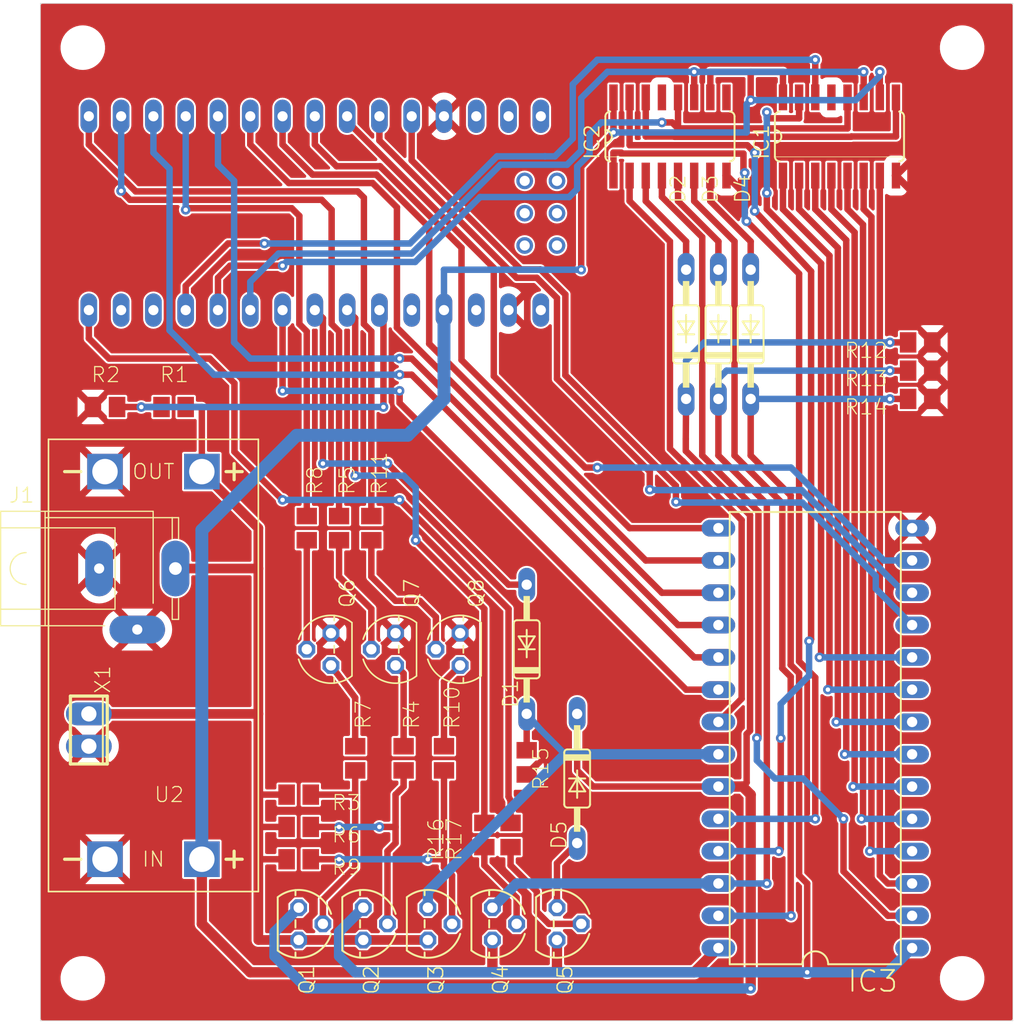
<source format=kicad_pcb>
(kicad_pcb (version 20221018) (generator pcbnew)
  (layers (0 "F.Cu" signal) (31 "B.Cu" signal) (34 "B.Paste" user) (35 "F.Paste" user) (36 "B.SilkS" user "B.Silkscreen") (37 "F.SilkS" user "F.Silkscreen") (38 "B.Mask" user) (39 "F.Mask" user) (44 "Edge.Cuts" user))
  (net 0 "")
  (net 1 "GND")
  (net 2 "VCC")
  (net 3 "N$1")
  (net 4 "N$2")
  (net 5 "N$3")
  (net 6 "N$4")
  (net 7 "A0")
  (net 8 "A1")
  (net 9 "A2")
  (net 10 "A3")
  (net 11 "A4")
  (net 12 "A5")
  (net 13 "A6")
  (net 14 "A7")
  (net 15 "A8")
  (net 16 "A9")
  (net 17 "A10")
  (net 18 "A11")
  (net 19 "A12")
  (net 20 "A13")
  (net 21 "A14")
  (net 22 "D0")
  (net 23 "D1")
  (net 24 "D2")
  (net 25 "D3")
  (net 26 "D4")
  (net 27 "D5")
  (net 28 "D6")
  (net 29 "D7")
  (net 30 "N$5")
  (net 31 "A15")
  (net 32 "N$7")
  (net 33 "N$10")
  (net 34 "N$11")
  (net 35 "N$13")
  (net 36 "N$8")
  (net 37 "N$12")
  (net 38 "+24V")
  (net 39 "CE")
  (net 40 "OE")
  (net 41 "N$9")
  (net 42 "N$6")
  (net 43 "N$14")
  (net 44 "N$15")
  (net 45 "N$16")
  (net 46 "N$17")
  (net 47 "N$18")
  (net 48 "N$19")
  (net 49 "N$20")
  (net 50 "N$21")
  (net 51 "N$22")
  (net 52 "N$23")
  (net 53 "N$24")
  (net 54 "N$25")
  (net 55 "N$26")
  (footprint "untitled:M0805" (layer "F.Cu") (at 130.5686 129.7636 180)
    (fp_text reference "R6")
    (fp_text value "22K" hide)
  )
  (footprint "untitled:DO35-10" (layer "F.Cu") (at 161.0486 91.0286 90)
    (fp_text reference "D2")
    (fp_text value "1N4446" hide)
  )
  (footprint "untitled:TO92" (layer "F.Cu") (at 150.8886 137.3836 -90)
    (fp_text reference "Q5")
    (fp_text value "BC557" hide)
  )
  (footprint "untitled:NANO" (layer "F.Cu") (at 140.7286 78.9636 90)
    (fp_text reference "U1" hide)
    (fp_text value "NANO" hide)
  )
  (footprint "untitled:M0805" (layer "F.Cu") (at 138.8236 124.3661 -90)
    (fp_text reference "R4")
    (fp_text value "22K" hide)
  )
  (footprint "untitled:DIL28" (layer "F.Cu") (at 171.2086 122.7786 90)
    (fp_text reference "IC3")
    (fp_text value "")
  )
  (footprint "untitled:TO92" (layer "F.Cu") (at 135.6486 137.3836 -90)
    (fp_text reference "Q2")
    (fp_text value "BC557" hide)
  )
  (footprint "untitled:SO16" (layer "F.Cu") (at 159.7786 75.4711)
    (fp_text reference "IC2")
    (fp_text value "74HC595D")
  )
  (footprint "untitled:TO92" (layer "F.Cu") (at 145.8086 137.3836 -90)
    (fp_text reference "Q4")
    (fp_text value "BC557" hide)
  )
  (footprint "" (layer "F.Cu") (at 182.7661 68.4861)
    (fp_text reference "@HOLE2" hide)
    (fp_text value "")
  )
  (footprint "" (layer "F.Cu") (at 113.58235 141.66985)
    (fp_text reference "@HOLE1" hide)
    (fp_text value "")
  )
  (footprint "untitled:TO92" (layer "F.Cu") (at 143.2686 115.7936 90)
    (fp_text reference "Q8")
    (fp_text value "BC547" hide)
  )
  (footprint "untitled:DO35-10" (layer "F.Cu") (at 152.4761 125.9536 -90)
    (fp_text reference "D5")
    (fp_text value "1N4446" hide)
  )
  (footprint "untitled:M0805" (layer "F.Cu") (at 133.7436 106.2686 90)
    (fp_text reference "R5")
    (fp_text value "22K")
  )
  (footprint "untitled:M0805" (layer "F.Cu") (at 115.3286 96.7436 180)
    (fp_text reference "R2")
    (fp_text value "")
  )
  (footprint "untitled:SO16" (layer "F.Cu") (at 173.1136 75.4711)
    (fp_text reference "IC1")
    (fp_text value "74HC595D")
  )
  (footprint "untitled:M0805" (layer "F.Cu") (at 131.2036 106.2686 -90)
    (fp_text reference "R8")
    (fp_text value "22K" hide)
  )
  (footprint "untitled:TO92" (layer "F.Cu") (at 138.1886 115.7936 90)
    (fp_text reference "Q7")
    (fp_text value "BC547" hide)
  )
  (footprint "untitled:M0805" (layer "F.Cu") (at 141.9986 124.3661 90)
    (fp_text reference "R10")
    (fp_text value "22K" hide)
  )
  (footprint "untitled:TO92" (layer "F.Cu") (at 140.7286 137.3836 -90)
    (fp_text reference "Q3")
    (fp_text value "BC557" hide)
  )
  (footprint "untitled:M0805" (layer "F.Cu") (at 135.0136 124.3661 90)
    (fp_text reference "R7")
    (fp_text value "22K" hide)
  )
  (footprint "untitled:M0805" (layer "F.Cu") (at 130.5686 127.2236 180)
    (fp_text reference "R3")
    (fp_text value "22K")
  )
  (footprint "untitled:M0805" (layer "F.Cu") (at 120.7261 96.7436 180)
    (fp_text reference "R1")
    (fp_text value "")
  )
  (footprint "untitled:DC-DC-STEP-UP-MT3608" (layer "F.Cu") (at 119.1386 117.0636 -90)
    (fp_text reference "U2")
    (fp_text value "DC-DC-STEP-UP-MT3608")
  )
  (footprint "untitled:M0805" (layer "F.Cu") (at 130.5686 132.3036 180)
    (fp_text reference "R9")
    (fp_text value "22K" hide)
  )
  (footprint "untitled:M0805" (layer "F.Cu") (at 148.50735 124.6836 -90)
    (fp_text reference "R15")
    (fp_text value "4.7K")
  )
  (footprint "untitled:M0805" (layer "F.Cu") (at 179.4636 91.6636)
    (fp_text reference "R12")
    (fp_text value "4.7K")
  )
  (footprint "untitled:DO35-10" (layer "F.Cu") (at 163.5886 91.0286 90)
    (fp_text reference "D3")
    (fp_text value "1N4446" hide)
  )
  (footprint "untitled:M0805" (layer "F.Cu") (at 179.4636 93.8861)
    (fp_text reference "R13")
    (fp_text value "4.7K" hide)
  )
  (footprint "untitled:M0805" (layer "F.Cu") (at 179.4636 96.1086)
    (fp_text reference "R14")
    (fp_text value "4.7K" hide)
  )
  (footprint "untitled:DO35-10" (layer "F.Cu") (at 148.50735 115.7936 90)
    (fp_text reference "D1")
    (fp_text value "1N4446" hide)
  )
  (footprint "untitled:DO35-10" (layer "F.Cu") (at 166.1286 91.0286 90)
    (fp_text reference "D4")
    (fp_text value "1N4446" hide)
  )
  (footprint "untitled:TO92" (layer "F.Cu") (at 130.5686 137.3836 -90)
    (fp_text reference "Q1")
    (fp_text value "BC557")
  )
  (footprint "untitled:M0805" (layer "F.Cu") (at 147.23735 130.3986 -90)
    (fp_text reference "R17")
    (fp_text value "300" hide)
  )
  (footprint "untitled:M0805" (layer "F.Cu") (at 145.1736 130.3986 -90)
    (fp_text reference "R16")
    (fp_text value "300")
  )
  (footprint "" (layer "F.Cu") (at 182.7661 141.66985)
    (fp_text reference "@HOLE3" hide)
    (fp_text value "")
  )
  (footprint "untitled:2POL254" (layer "F.Cu") (at 114.0586 122.1436 -90)
    (fp_text reference "X1")
    (fp_text value "")
  )
  (footprint "untitled:M0805" (layer "F.Cu") (at 136.2836 106.2686 -90)
    (fp_text reference "R11")
    (fp_text value "22K" hide)
  )
  (footprint "untitled:SPC4078" (layer "F.Cu") (at 117.8686 109.4436)
    (fp_text reference "J1")
    (fp_text value "")
  )
  (footprint "" (layer "F.Cu") (at 113.58235 68.4861)
    (fp_text reference "@HOLE0" hide)
    (fp_text value "")
  )
  (footprint "untitled:TO92" (layer "F.Cu") (at 133.1086 115.7936 90)
    (fp_text reference "Q6")
    (fp_text value "BC547")
  )
  (gr_line (start 110.2486 65.0036) (end 110.2486 145.0036) (stroke (width 0.05)) (layer "Edge.Cuts"))
  (gr_line (start 186.7536 145.0036) (end 186.7536 65.0036) (stroke (width 0.05)) (layer "Edge.Cuts"))
  (gr_line (start 110.2486 145.0036) (end 186.7536 145.0036) (stroke (width 0.05)) (layer "Edge.Cuts"))
  (gr_line (start 186.7536 65.0036) (end 110.2486 65.0036) (stroke (width 0.05)) (layer "Edge.Cuts"))
  (segment (start 122.9486 137.3836) (end 126.7586 141.1936) (width 0.8128) (layer "F.Cu") (net 2))
  (segment (start 166.1286 70.3911) (end 162.9536 70.3911) (width 0.508) (layer "F.Cu") (net 2))
  (segment (start 176.2886 70.3911) (end 176.2886 72.3977) (width 0.508) (layer "F.Cu") (net 2))
  (segment (start 168.6686 72.3977) (end 168.6686 70.3911) (width 0.508) (layer "F.Cu") (net 2))
  (segment (start 145.8086 138.6536) (end 145.8086 141.1936) (width 0.8128) (layer "F.Cu") (net 2))
  (segment (start 126.7586 141.1936) (end 145.8086 141.1936) (width 0.8128) (layer "F.Cu") (net 2))
  (segment (start 155.3336 72.3977) (end 155.3336 75.1536) (width 0.508) (layer "F.Cu") (net 2))
  (segment (start 150.8886 138.6536) (end 150.8886 141.1936) (width 0.8128) (layer "F.Cu") (net 2))
  (segment (start 161.6836 141.1936) (end 163.5886 139.2886) (width 0.8128) (layer "F.Cu") (net 2))
  (segment (start 150.8886 141.1936) (end 161.6836 141.1936) (width 0.8128) (layer "F.Cu") (net 2))
  (segment (start 166.1286 72.6136) (end 166.1286 70.3911) (width 0.508) (layer "F.Cu") (net 2))
  (segment (start 168.6686 70.3911) (end 166.1286 70.3911) (width 0.508) (layer "F.Cu") (net 2))
  (segment (start 145.8086 141.1936) (end 150.8886 141.1936) (width 0.8128) (layer "F.Cu") (net 2))
  (segment (start 122.9486 132.3036) (end 122.9486 137.3836) (width 0.8128) (layer "F.Cu") (net 2))
  (segment (start 152.7936 77.85235) (end 152.7936 85.9486) (width 0.508) (layer "F.Cu") (net 2))
  (segment (start 162.9536 72.3977) (end 162.9536 70.3911) (width 0.508) (layer "F.Cu") (net 2))
  (segment (start 155.3336 75.1536) (end 152.7936 77.85235) (width 0.508) (layer "F.Cu") (net 2))
  (via (at 166.1286 72.6136) (size 0.7564) (drill 0.35) (layers "F.Cu" "B.Cu") (net 2))
  (via (at 152.7936 85.9486) (size 0.7564) (drill 0.35) (layers "F.Cu" "B.Cu") (net 2))
  (via (at 176.2886 70.3911) (size 0.7564) (drill 0.35) (layers "F.Cu" "B.Cu") (net 2))
  (via (at 155.3336 75.1536) (size 0.7564) (drill 0.35) (layers "F.Cu" "B.Cu") (net 2))
  (segment (start 166.1286 72.6136) (end 174.3836 72.6136) (width 0.508) (layer "B.Cu") (net 2))
  (segment (start 165.8111 75.1536) (end 165.8111 72.9311) (width 0.508) (layer "B.Cu") (net 2))
  (segment (start 141.9986 89.1236) (end 141.9986 96.1086) (width 1.016) (layer "B.Cu") (net 2))
  (segment (start 141.9986 85.9486) (end 141.9986 89.1236) (width 0.508) (layer "B.Cu") (net 2))
  (segment (start 174.3836 72.6136) (end 176.2886 70.7086) (width 0.508) (layer "B.Cu") (net 2))
  (segment (start 176.2886 70.7086) (end 176.2886 70.3911) (width 0.508) (layer "B.Cu") (net 2))
  (segment (start 122.9486 106.42735) (end 122.9486 132.3036) (width 1.016) (layer "B.Cu") (net 2))
  (segment (start 165.8111 72.9311) (end 166.1286 72.6136) (width 0.508) (layer "B.Cu") (net 2))
  (segment (start 152.7936 85.9486) (end 141.9986 85.9486) (width 0.508) (layer "B.Cu") (net 2))
  (segment (start 155.3336 75.1536) (end 165.8111 75.1536) (width 0.508) (layer "B.Cu") (net 2))
  (segment (start 130.40985 98.9661) (end 122.9486 106.42735) (width 1.016) (layer "B.Cu") (net 2))
  (segment (start 139.1411 98.9661) (end 130.40985 98.9661) (width 1.016) (layer "B.Cu") (net 2))
  (segment (start 141.9986 96.1086) (end 139.1411 98.9661) (width 1.016) (layer "B.Cu") (net 2))
  (segment (start 161.6836 72.3977) (end 161.6836 70.3911) (width 0.508) (layer "F.Cu") (net 3))
  (segment (start 175.0186 70.3911) (end 175.0186 72.3977) (width 0.508) (layer "F.Cu") (net 3))
  (via (at 161.6836 70.3911) (size 0.7564) (drill 0.35) (layers "F.Cu" "B.Cu") (net 3))
  (via (at 175.0186 70.3911) (size 0.7564) (drill 0.35) (layers "F.Cu" "B.Cu") (net 3))
  (segment (start 139.4586 84.6786) (end 128.9811 84.6786) (width 0.508) (layer "B.Cu") (net 3))
  (segment (start 161.6836 70.3911) (end 154.85735 70.3911) (width 0.508) (layer "B.Cu") (net 3))
  (segment (start 126.7586 86.9011) (end 126.7586 89.1236) (width 0.508) (layer "B.Cu") (net 3))
  (segment (start 146.4436 77.6936) (end 139.4586 84.6786) (width 0.508) (layer "B.Cu") (net 3))
  (segment (start 154.85735 70.3911) (end 152.7936 72.45485) (width 0.508) (layer "B.Cu") (net 3))
  (segment (start 152.7936 72.45485) (end 152.7936 76.58235) (width 0.508) (layer "B.Cu") (net 3))
  (segment (start 128.9811 84.6786) (end 126.7586 86.9011) (width 0.508) (layer "B.Cu") (net 3))
  (segment (start 152.7936 76.58235) (end 151.68235 77.6936) (width 0.508) (layer "B.Cu") (net 3))
  (segment (start 161.6836 70.3911) (end 175.0186 70.3911) (width 0.508) (layer "B.Cu") (net 3))
  (segment (start 151.68235 77.6936) (end 146.4436 77.6936) (width 0.508) (layer "B.Cu") (net 3))
  (segment (start 160.4136 72.3977) (end 160.4136 74.8361) (width 0.508) (layer "F.Cu") (net 4))
  (segment (start 160.4136 74.8361) (end 159.9465 74.369) (width 0.508) (layer "F.Cu") (net 4))
  (segment (start 124.2186 86.5836) (end 124.2186 89.1236) (width 0.508) (layer "F.Cu") (net 4))
  (segment (start 129.2986 85.6311) (end 125.1711 85.6311) (width 0.508) (layer "F.Cu") (net 4))
  (segment (start 125.1711 85.6311) (end 124.2186 86.5836) (width 0.508) (layer "F.Cu") (net 4))
  (segment (start 159.9465 74.369) (end 159.1436 74.369) (width 0.508) (layer "F.Cu") (net 4))
  (segment (start 173.7486 74.8361) (end 173.7486 72.3977) (width 0.508) (layer "F.Cu") (net 4))
  (segment (start 160.4136 74.8361) (end 173.7486 74.8361) (width 0.508) (layer "F.Cu") (net 4))
  (via (at 159.1436 74.369) (size 0.7564) (drill 0.35) (layers "F.Cu" "B.Cu") (net 4))
  (via (at 129.2986 85.6311) (size 0.7564) (drill 0.35) (layers "F.Cu" "B.Cu") (net 4))
  (segment (start 129.5907 85.339) (end 129.2986 85.6311) (width 0.508) (layer "B.Cu") (net 4))
  (segment (start 154.37195 74.369) (end 153.454 75.28695) (width 0.508) (layer "B.Cu") (net 4))
  (segment (start 144.83755 80.2336) (end 139.73215 85.339) (width 0.508) (layer "B.Cu") (net 4))
  (segment (start 153.454 75.28695) (end 153.454 76.8559) (width 0.508) (layer "B.Cu") (net 4))
  (segment (start 139.73215 85.339) (end 129.5907 85.339) (width 0.508) (layer "B.Cu") (net 4))
  (segment (start 151.8411 80.2336) (end 144.83755 80.2336) (width 0.508) (layer "B.Cu") (net 4))
  (segment (start 153.454 76.8559) (end 152.4761 77.8338) (width 0.508) (layer "B.Cu") (net 4))
  (segment (start 152.4761 79.5986) (end 151.8411 80.2336) (width 0.508) (layer "B.Cu") (net 4))
  (segment (start 152.4761 77.8338) (end 152.4761 79.5986) (width 0.508) (layer "B.Cu") (net 4))
  (segment (start 159.1436 74.369) (end 154.37195 74.369) (width 0.508) (layer "B.Cu") (net 4))
  (segment (start 177.5586 72.3977) (end 177.5586 75.4711) (width 0.508) (layer "F.Cu") (net 5))
  (segment (start 157.8736 75.4711) (end 157.8736 72.3977) (width 0.508) (layer "F.Cu") (net 5))
  (segment (start 160.11465 75.4711) (end 157.8736 75.4711) (width 0.508) (layer "F.Cu") (net 5))
  (segment (start 160.14005 75.4965) (end 160.11465 75.4711) (width 0.508) (layer "F.Cu") (net 5))
  (segment (start 174.04755 75.4711) (end 174.02215 75.4965) (width 0.508) (layer "F.Cu") (net 5))
  (segment (start 177.5586 75.4711) (end 174.04755 75.4711) (width 0.508) (layer "F.Cu") (net 5))
  (segment (start 174.02215 75.4965) (end 160.14005 75.4965) (width 0.508) (layer "F.Cu") (net 5))
  (segment (start 127.86985 83.88485) (end 125.01235 83.88485) (width 0.508) (layer "F.Cu") (net 6))
  (segment (start 121.6786 87.2186) (end 121.6786 89.1236) (width 0.508) (layer "F.Cu") (net 6))
  (segment (start 125.01235 83.88485) (end 121.6786 87.2186) (width 0.508) (layer "F.Cu") (net 6))
  (segment (start 171.2086 72.3977) (end 171.2086 69.4386) (width 0.508) (layer "F.Cu") (net 6))
  (via (at 171.2086 69.4386) (size 0.7564) (drill 0.35) (layers "F.Cu" "B.Cu") (net 6))
  (via (at 127.86985 83.88485) (size 0.7564) (drill 0.35) (layers "F.Cu" "B.Cu") (net 6))
  (segment (start 149.9615 77.0332) (end 149.9361 77.0332) (width 0.508) (layer "B.Cu") (net 6))
  (segment (start 146.17005 77.0332) (end 139.3184 83.88485) (width 0.508) (layer "B.Cu") (net 6))
  (segment (start 154.0636 69.4386) (end 152.1332 71.369) (width 0.508) (layer "B.Cu") (net 6))
  (segment (start 150.72985 77.0332) (end 149.9615 77.0332) (width 0.508) (layer "B.Cu") (net 6))
  (segment (start 152.1332 75.62985) (end 150.72985 77.0332) (width 0.508) (layer "B.Cu") (net 6))
  (segment (start 149.9361 77.0332) (end 146.17005 77.0332) (width 0.508) (layer "B.Cu") (net 6))
  (segment (start 171.2086 69.4386) (end 154.0636 69.4386) (width 0.508) (layer "B.Cu") (net 6))
  (segment (start 139.3184 83.88485) (end 127.86985 83.88485) (width 0.508) (layer "B.Cu") (net 6))
  (segment (start 152.1332 71.369) (end 152.1332 75.62985) (width 0.508) (layer "B.Cu") (net 6))
  (segment (start 167.3986 79.9161) (end 167.3986 81.1861) (width 0.508) (layer "F.Cu") (net 7))
  (segment (start 171.6658 85.4533) (end 171.6658 116.3044) (width 0.508) (layer "F.Cu") (net 7))
  (segment (start 167.3986 74.04235) (end 167.3986 73.5661) (width 0.508) (layer "F.Cu") (net 7))
  (segment (start 171.6658 116.3044) (end 171.5416 116.4286) (width 0.508) (layer "F.Cu") (net 7))
  (segment (start 169.9386 74.04235) (end 167.3986 74.04235) (width 0.508) (layer "F.Cu") (net 7))
  (segment (start 169.9386 72.3977) (end 169.9386 74.04235) (width 0.508) (layer "F.Cu") (net 7))
  (segment (start 167.3986 81.1861) (end 171.6658 85.4533) (width 0.508) (layer "F.Cu") (net 7))
  (via (at 167.3986 73.5661) (size 0.7564) (drill 0.35) (layers "F.Cu" "B.Cu") (net 7))
  (via (at 171.5416 116.4286) (size 0.7564) (drill 0.35) (layers "F.Cu" "B.Cu") (net 7))
  (via (at 167.3986 79.9161) (size 0.7564) (drill 0.35) (layers "F.Cu" "B.Cu") (net 7))
  (segment (start 167.3986 73.5661) (end 167.3986 79.9161) (width 0.508) (layer "B.Cu") (net 7))
  (segment (start 171.5416 116.4286) (end 178.8286 116.4286) (width 0.508) (layer "B.Cu") (net 7))
  (segment (start 172.3262 84.8437) (end 172.3262 118.8444) (width 0.508) (layer "F.Cu") (net 8))
  (segment (start 172.3262 118.8444) (end 172.202 118.9686) (width 0.508) (layer "F.Cu") (net 8))
  (segment (start 168.6686 78.5445) (end 168.6686 81.1861) (width 0.508) (layer "F.Cu") (net 8))
  (segment (start 168.6686 81.1861) (end 172.3262 84.8437) (width 0.508) (layer "F.Cu") (net 8))
  (via (at 172.202 118.9686) (size 0.7564) (drill 0.35) (layers "F.Cu" "B.Cu") (net 8))
  (segment (start 172.202 118.9686) (end 178.8286 118.9686) (width 0.508) (layer "B.Cu") (net 8))
  (segment (start 172.9866 84.2341) (end 172.9866 121.3844) (width 0.508) (layer "F.Cu") (net 9))
  (segment (start 172.9866 121.3844) (end 172.8624 121.5086) (width 0.508) (layer "F.Cu") (net 9))
  (segment (start 169.9386 78.5445) (end 169.9386 81.1861) (width 0.508) (layer "F.Cu") (net 9))
  (segment (start 169.9386 81.1861) (end 172.9866 84.2341) (width 0.508) (layer "F.Cu") (net 9))
  (via (at 172.8624 121.5086) (size 0.7564) (drill 0.35) (layers "F.Cu" "B.Cu") (net 9))
  (segment (start 172.8624 121.5086) (end 178.8286 121.5086) (width 0.508) (layer "B.Cu") (net 9))
  (segment (start 173.647 123.9244) (end 173.5228 124.0486) (width 0.508) (layer "F.Cu") (net 10))
  (segment (start 171.2086 81.1861) (end 173.647 83.6245) (width 0.508) (layer "F.Cu") (net 10))
  (segment (start 171.2086 78.5445) (end 171.2086 81.1861) (width 0.508) (layer "F.Cu") (net 10))
  (segment (start 173.647 83.6245) (end 173.647 123.9244) (width 0.508) (layer "F.Cu") (net 10))
  (via (at 173.5228 124.0486) (size 0.7564) (drill 0.35) (layers "F.Cu" "B.Cu") (net 10))
  (segment (start 173.5228 124.0486) (end 178.8286 124.0486) (width 0.508) (layer "B.Cu") (net 10))
  (segment (start 174.3074 83.0149) (end 174.3074 126.4644) (width 0.508) (layer "F.Cu") (net 11))
  (segment (start 172.4786 81.1861) (end 174.3074 83.0149) (width 0.508) (layer "F.Cu") (net 11))
  (segment (start 172.4786 78.5445) (end 172.4786 81.1861) (width 0.508) (layer "F.Cu") (net 11))
  (segment (start 174.3074 126.4644) (end 174.1832 126.5886) (width 0.508) (layer "F.Cu") (net 11))
  (via (at 174.1832 126.5886) (size 0.7564) (drill 0.35) (layers "F.Cu" "B.Cu") (net 11))
  (segment (start 174.1832 126.5886) (end 178.8286 126.5886) (width 0.508) (layer "B.Cu") (net 11))
  (segment (start 173.7486 78.5445) (end 173.7486 81.1861) (width 0.508) (layer "F.Cu") (net 12))
  (segment (start 174.9678 129.0044) (end 174.8436 129.1286) (width 0.508) (layer "F.Cu") (net 12))
  (segment (start 173.7486 81.1861) (end 174.9678 82.4053) (width 0.508) (layer "F.Cu") (net 12))
  (segment (start 174.9678 82.4053) (end 174.9678 129.0044) (width 0.508) (layer "F.Cu") (net 12))
  (via (at 174.8436 129.1286) (size 0.7564) (drill 0.35) (layers "F.Cu" "B.Cu") (net 12))
  (segment (start 174.8436 129.1286) (end 178.8286 129.1286) (width 0.508) (layer "B.Cu") (net 12))
  (segment (start 175.0186 78.5445) (end 175.0186 81.1861) (width 0.508) (layer "F.Cu") (net 13))
  (segment (start 175.0186 81.1861) (end 175.6282 81.7957) (width 0.508) (layer "F.Cu") (net 13))
  (segment (start 175.6282 131.5444) (end 175.504 131.6686) (width 0.508) (layer "F.Cu") (net 13))
  (segment (start 175.6282 81.7957) (end 175.6282 131.5444) (width 0.508) (layer "F.Cu") (net 13))
  (via (at 175.504 131.6686) (size 0.7564) (drill 0.35) (layers "F.Cu" "B.Cu") (net 13))
  (segment (start 175.504 131.6686) (end 178.8286 131.6686) (width 0.508) (layer "B.Cu") (net 13))
  (segment (start 176.2886 133.5736) (end 176.9236 134.2086) (width 0.508) (layer "F.Cu") (net 14))
  (segment (start 176.2886 78.5445) (end 176.2886 133.5736) (width 0.508) (layer "F.Cu") (net 14))
  (segment (start 176.9236 134.2086) (end 178.8286 134.2086) (width 0.508) (layer "F.Cu") (net 14))
  (segment (start 170.8812 115.0006) (end 170.7232 115.1586) (width 0.508) (layer "F.Cu") (net 15))
  (segment (start 165.8619 76.1569) (end 166.4461 76.7411) (width 0.508) (layer "F.Cu") (net 15))
  (segment (start 156.6036 76.1569) (end 165.8619 76.1569) (width 0.508) (layer "F.Cu") (net 15))
  (segment (start 168.4936 122.7786) (end 168.4936 131.5106) (width 0.508) (layer "F.Cu") (net 15))
  (segment (start 166.4461 81.327694) (end 170.8812 86.080294) (width 0.508) (layer "F.Cu") (net 15))
  (segment (start 170.8812 86.080294) (end 170.8812 115.0006) (width 0.508) (layer "F.Cu") (net 15))
  (segment (start 156.6036 72.3977) (end 156.6036 76.1569) (width 0.508) (layer "F.Cu") (net 15))
  (segment (start 168.4936 131.5106) (end 168.3356 131.6686) (width 0.508) (layer "F.Cu") (net 15))
  (via (at 168.3356 131.6686) (size 0.7564) (drill 0.35) (layers "F.Cu" "B.Cu") (net 15))
  (via (at 170.7232 115.1586) (size 0.7564) (drill 0.35) (layers "F.Cu" "B.Cu") (net 15))
  (via (at 166.4461 81.327694) (size 0.7564) (drill 0.35) (layers "F.Cu" "B.Cu") (net 15))
  (via (at 168.4936 122.7786) (size 0.7564) (drill 0.35) (layers "F.Cu" "B.Cu") (net 15))
  (via (at 166.4461 76.7411) (size 0.7564) (drill 0.35) (layers "F.Cu" "B.Cu") (net 15))
  (segment (start 168.4936 120.0961) (end 168.4936 122.7786) (width 0.508) (layer "B.Cu") (net 15))
  (segment (start 166.4461 76.7411) (end 166.4461 81.327694) (width 0.508) (layer "B.Cu") (net 15))
  (segment (start 170.7232 117.8665) (end 168.4936 120.0961) (width 0.508) (layer "B.Cu") (net 15))
  (segment (start 170.7232 115.1586) (end 170.7232 117.8665) (width 0.508) (layer "B.Cu") (net 15))
  (segment (start 168.3356 131.6686) (end 163.5886 131.6686) (width 0.508) (layer "B.Cu") (net 15))
  (segment (start 169.9386 86.2661) (end 169.9386 116.7461) (width 0.508) (layer "F.Cu") (net 16))
  (segment (start 155.9432 76.8173) (end 165.5599 76.8173) (width 0.508) (layer "F.Cu") (net 16))
  (segment (start 169.9386 116.7461) (end 171.2086 118.0161) (width 0.508) (layer "F.Cu") (net 16))
  (segment (start 155.3336 78.5445) (end 155.3336 76.7411) (width 0.508) (layer "F.Cu") (net 16))
  (segment (start 155.9432 76.7411) (end 155.9432 76.8173) (width 0.508) (layer "F.Cu") (net 16))
  (segment (start 165.5599 78.227) (end 165.6615 78.3286) (width 0.508) (layer "F.Cu") (net 16))
  (segment (start 165.8111 82.1386) (end 169.9386 86.2661) (width 0.508) (layer "F.Cu") (net 16))
  (segment (start 165.5599 76.8173) (end 165.5599 78.227) (width 0.508) (layer "F.Cu") (net 16))
  (segment (start 155.3336 76.7411) (end 155.9432 76.7411) (width 0.508) (layer "F.Cu") (net 16))
  (segment (start 171.2086 118.0161) (end 171.2086 129.1286) (width 0.508) (layer "F.Cu") (net 16))
  (via (at 165.8111 82.1386) (size 0.7564) (drill 0.35) (layers "F.Cu" "B.Cu") (net 16))
  (via (at 171.2086 129.1286) (size 0.7564) (drill 0.35) (layers "F.Cu" "B.Cu") (net 16))
  (via (at 165.6615 78.3286) (size 0.7564) (drill 0.35) (layers "F.Cu" "B.Cu") (net 16))
  (segment (start 163.5886 129.1286) (end 171.2086 129.1286) (width 0.508) (layer "B.Cu") (net 16))
  (segment (start 165.6615 78.3286) (end 165.6615 82.1386) (width 0.508) (layer "B.Cu") (net 16))
  (segment (start 165.6615 82.1386) (end 165.8111 82.1386) (width 0.508) (layer "B.Cu") (net 16))
  (segment (start 156.6036 78.5445) (end 156.6036 80.5511) (width 0.508) (layer "F.Cu") (net 17))
  (segment (start 165.4174 105.6336) (end 165.4174 119.6798) (width 0.508) (layer "F.Cu") (net 17))
  (segment (start 159.7786 83.7261) (end 159.7786 100.023938) (width 0.508) (layer "F.Cu") (net 17))
  (segment (start 165.4174 119.6798) (end 163.5886 121.5086) (width 0.508) (layer "F.Cu") (net 17))
  (segment (start 159.7786 100.023938) (end 160.606712 100.85205) (width 0.508) (layer "F.Cu") (net 17))
  (segment (start 156.6036 80.5511) (end 159.7786 83.7261) (width 0.508) (layer "F.Cu") (net 17))
  (segment (start 160.606712 100.85205) (end 160.7946 101.0108) (width 0.508) (layer "F.Cu") (net 17))
  (segment (start 160.7946 101.0108) (end 165.4174 105.6336) (width 0.508) (layer "F.Cu") (net 17))
  (segment (start 178.5136 91.6636) (end 177.08235 91.6636) (width 0.508) (layer "F.Cu") (net 18))
  (segment (start 161.0232 99.2582) (end 161.0232 100.19215) (width 0.508) (layer "F.Cu") (net 18))
  (segment (start 166.0778 122.1944) (end 165.8111 122.4611) (width 0.508) (layer "F.Cu") (net 18))
  (segment (start 153.7461 126.5886) (end 163.5886 126.5886) (width 0.508) (layer "F.Cu") (net 18))
  (segment (start 152.4761 125.3186) (end 153.7461 126.5886) (width 0.508) (layer "F.Cu") (net 18))
  (segment (start 165.8111 122.4611) (end 165.8111 126.2711) (width 0.508) (layer "F.Cu") (net 18))
  (segment (start 161.0232 100.19215) (end 166.0778 105.24675) (width 0.508) (layer "F.Cu") (net 18))
  (segment (start 165.4936 126.5886) (end 163.5886 126.5886) (width 0.8128) (layer "F.Cu") (net 18))
  (segment (start 166.1286 127.2236) (end 165.4936 126.5886) (width 0.8128) (layer "F.Cu") (net 18))
  (segment (start 166.1286 142.4636) (end 166.1286 127.2236) (width 0.8128) (layer "F.Cu") (net 18))
  (segment (start 161.0486 96.1086) (end 161.0232 99.2582) (width 0.508) (layer "F.Cu") (net 18))
  (segment (start 152.4761 120.8736) (end 152.4761 125.3186) (width 0.508) (layer "F.Cu") (net 18))
  (segment (start 165.8111 126.2711) (end 165.4936 126.5886) (width 0.508) (layer "F.Cu") (net 18))
  (segment (start 166.0778 105.24675) (end 166.0778 122.1944) (width 0.508) (layer "F.Cu") (net 18))
  (via (at 166.1286 142.4636) (size 0.7564) (drill 0.35) (layers "F.Cu" "B.Cu") (net 18))
  (via (at 177.08235 91.6636) (size 0.7564) (drill 0.35) (layers "F.Cu" "B.Cu") (net 18))
  (segment (start 177.08235 91.6636) (end 162.47735 91.6636) (width 0.508) (layer "B.Cu") (net 18))
  (segment (start 162.47735 91.6636) (end 161.0486 93.09235) (width 0.508) (layer "B.Cu") (net 18))
  (segment (start 130.5686 136.1136) (end 128.6636 138.0186) (width 0.8128) (layer "B.Cu") (net 18))
  (segment (start 128.6636 138.0186) (end 128.6636 139.9236) (width 0.8128) (layer "B.Cu") (net 18))
  (segment (start 128.6636 139.9236) (end 131.2036 142.4636) (width 0.8128) (layer "B.Cu") (net 18))
  (segment (start 161.0486 93.09235) (end 161.0486 96.1086) (width 0.508) (layer "B.Cu") (net 18))
  (segment (start 131.2036 142.4636) (end 166.1286 142.4636) (width 0.8128) (layer "B.Cu") (net 18))
  (segment (start 159.1436 78.5445) (end 159.1436 80.21505) (width 0.508) (layer "F.Cu") (net 19))
  (segment (start 159.1436 80.21505) (end 162.3186 83.39005) (width 0.508) (layer "F.Cu") (net 19))
  (segment (start 166.7382 122.6544) (end 166.614 122.7786) (width 0.508) (layer "F.Cu") (net 19))
  (segment (start 166.7382 104.9732) (end 166.7382 122.6544) (width 0.508) (layer "F.Cu") (net 19))
  (segment (start 162.3186 100.5536) (end 166.7382 104.9732) (width 0.508) (layer "F.Cu") (net 19))
  (segment (start 173.4311 129.1286) (end 173.4311 133.2561) (width 0.508) (layer "F.Cu") (net 19))
  (segment (start 173.4311 133.2561) (end 176.9236 136.7486) (width 0.508) (layer "F.Cu") (net 19))
  (segment (start 176.9236 136.7486) (end 178.8286 136.7486) (width 0.508) (layer "F.Cu") (net 19))
  (segment (start 162.3186 83.39005) (end 162.3186 100.5536) (width 0.508) (layer "F.Cu") (net 19))
  (via (at 166.614 122.7786) (size 0.7564) (drill 0.35) (layers "F.Cu" "B.Cu") (net 19))
  (via (at 173.4311 129.1286) (size 0.7564) (drill 0.35) (layers "F.Cu" "B.Cu") (net 19))
  (segment (start 170.2561 125.9536) (end 173.4311 129.1286) (width 0.508) (layer "B.Cu") (net 19))
  (segment (start 166.614 124.534) (end 168.0336 125.9536) (width 0.508) (layer "B.Cu") (net 19))
  (segment (start 166.614 122.7786) (end 166.614 124.534) (width 0.508) (layer "B.Cu") (net 19))
  (segment (start 168.0336 125.9536) (end 170.2561 125.9536) (width 0.508) (layer "B.Cu") (net 19))
  (segment (start 163.5886 100.5536) (end 167.3986 104.3636) (width 0.508) (layer "F.Cu") (net 20))
  (segment (start 163.5886 96.1086) (end 163.5886 100.5536) (width 0.508) (layer "F.Cu") (net 20))
  (segment (start 178.5136 93.8861) (end 177.08235 93.8861) (width 0.508) (layer "F.Cu") (net 20))
  (segment (start 167.3986 104.3636) (end 167.3986 134.2086) (width 0.508) (layer "F.Cu") (net 20))
  (via (at 167.3986 134.2086) (size 0.7564) (drill 0.35) (layers "F.Cu" "B.Cu") (net 20))
  (via (at 177.08235 93.8861) (size 0.7564) (drill 0.35) (layers "F.Cu" "B.Cu") (net 20))
  (segment (start 147.7136 134.2086) (end 163.5886 134.2086) (width 0.8128) (layer "B.Cu") (net 20))
  (segment (start 163.5886 94.5211) (end 163.5886 96.1086) (width 0.508) (layer "B.Cu") (net 20))
  (segment (start 145.8086 136.1136) (end 147.7136 134.2086) (width 0.8128) (layer "B.Cu") (net 20))
  (segment (start 177.08235 93.8861) (end 164.2236 93.8861) (width 0.508) (layer "B.Cu") (net 20))
  (segment (start 164.2236 93.8861) (end 163.5886 94.5211) (width 0.508) (layer "B.Cu") (net 20))
  (segment (start 167.3986 134.2086) (end 163.5886 134.2086) (width 0.508) (layer "B.Cu") (net 20))
  (segment (start 168.6178 104.3128) (end 168.6178 117.2932) (width 0.508) (layer "F.Cu") (net 21))
  (segment (start 169.2782 136.7232) (end 169.3036 136.7486) (width 0.508) (layer "F.Cu") (net 21))
  (segment (start 168.6178 117.2932) (end 169.2782 117.9536) (width 0.508) (layer "F.Cu") (net 21))
  (segment (start 164.8586 83.7261) (end 164.8586 100.5536) (width 0.508) (layer "F.Cu") (net 21))
  (segment (start 164.8586 100.5536) (end 168.6178 104.3128) (width 0.508) (layer "F.Cu") (net 21))
  (segment (start 161.6836 78.5445) (end 161.6836 80.5511) (width 0.508) (layer "F.Cu") (net 21))
  (segment (start 161.6836 80.5511) (end 164.8586 83.7261) (width 0.508) (layer "F.Cu") (net 21))
  (segment (start 169.2782 117.9536) (end 169.2782 136.7232) (width 0.508) (layer "F.Cu") (net 21))
  (via (at 169.3036 136.7486) (size 0.7564) (drill 0.35) (layers "F.Cu" "B.Cu") (net 21))
  (segment (start 169.3036 136.7486) (end 163.5886 136.7486) (width 0.508) (layer "B.Cu") (net 21))
  (segment (start 160.2457 104.1957) (end 160.2457 102.94425) (width 0.508) (layer "F.Cu") (net 22))
  (segment (start 139.4586 77.3507) (end 139.4586 73.8836) (width 0.508) (layer "F.Cu") (net 22))
  (segment (start 151.549 87.89755) (end 149.57465 85.9232) (width 0.508) (layer "F.Cu") (net 22))
  (segment (start 151.549 94.24755) (end 151.549 87.89755) (width 0.508) (layer "F.Cu") (net 22))
  (segment (start 160.25485 104.20485) (end 160.2457 104.1957) (width 0.508) (layer "F.Cu") (net 22))
  (segment (start 148.0311 85.9232) (end 139.4586 77.3507) (width 0.508) (layer "F.Cu") (net 22))
  (segment (start 160.2457 102.94425) (end 151.549 94.24755) (width 0.508) (layer "F.Cu") (net 22))
  (segment (start 149.57465 85.9232) (end 148.0311 85.9232) (width 0.508) (layer "F.Cu") (net 22))
  (via (at 160.25485 104.20485) (size 0.7564) (drill 0.35) (layers "F.Cu" "B.Cu") (net 22))
  (segment (start 170.18525 104.25565) (end 160.3628 104.25565) (width 0.508) (layer "B.Cu") (net 22))
  (segment (start 175.9711 110.0415) (end 170.18525 104.25565) (width 0.508) (layer "B.Cu") (net 22))
  (segment (start 160.3628 104.25565) (end 160.25485 104.20485) (width 0.508) (layer "B.Cu") (net 22))
  (segment (start 178.8286 113.8886) (end 175.9711 111.0311) (width 0.508) (layer "B.Cu") (net 22))
  (segment (start 175.9711 111.0311) (end 175.9711 110.0415) (width 0.508) (layer "B.Cu") (net 22))
  (segment (start 158.1911 103.2432) (end 158.1911 101.8236) (width 0.508) (layer "F.Cu") (net 23))
  (segment (start 147.7136 86.5836) (end 136.9186 75.7886) (width 0.508) (layer "F.Cu") (net 23))
  (segment (start 149.3011 86.5836) (end 147.7136 86.5836) (width 0.508) (layer "F.Cu") (net 23))
  (segment (start 158.1911 101.8236) (end 150.8886 94.5211) (width 0.508) (layer "F.Cu") (net 23))
  (segment (start 150.8886 94.5211) (end 150.8886 88.1711) (width 0.508) (layer "F.Cu") (net 23))
  (segment (start 136.9186 75.7886) (end 136.9186 73.8836) (width 0.508) (layer "F.Cu") (net 23))
  (segment (start 150.8886 88.1711) (end 149.3011 86.5836) (width 0.508) (layer "F.Cu") (net 23))
  (via (at 158.1911 103.2432) (size 0.7564) (drill 0.35) (layers "F.Cu" "B.Cu") (net 23))
  (segment (start 158.79155 103.27775) (end 158.1911 103.2432) (width 0.508) (layer "B.Cu") (net 23))
  (segment (start 178.21215 111.3486) (end 170.1413 103.27775) (width 0.508) (layer "B.Cu") (net 23))
  (segment (start 170.1413 103.27775) (end 158.79155 103.27775) (width 0.508) (layer "B.Cu") (net 23))
  (segment (start 178.8286 111.3486) (end 178.21215 111.3486) (width 0.508) (layer "B.Cu") (net 23))
  (segment (start 145.9165 85.807863) (end 145.9165 94.3115) (width 0.508) (layer "F.Cu") (net 24))
  (segment (start 145.9165 85.807863) (end 134.3786 74.269963) (width 0.508) (layer "F.Cu") (net 24))
  (segment (start 145.9165 94.3115) (end 153.1111 101.5061) (width 0.508) (layer "F.Cu") (net 24))
  (segment (start 134.3786 74.269963) (end 134.3786 73.8836) (width 0.508) (layer "F.Cu") (net 24))
  (segment (start 153.1111 101.5061) (end 154.0636 101.5061) (width 0.508) (layer "F.Cu") (net 24))
  (via (at 154.0636 101.5061) (size 0.7564) (drill 0.35) (layers "F.Cu" "B.Cu") (net 24))
  (segment (start 169.3036 101.5061) (end 154.0636 101.5061) (width 0.508) (layer "B.Cu") (net 24))
  (segment (start 178.8286 108.8086) (end 176.6061 108.8086) (width 0.508) (layer "B.Cu") (net 24))
  (segment (start 176.6061 108.8086) (end 169.3036 101.5061) (width 0.508) (layer "B.Cu") (net 24))
  (segment (start 156.6036 106.2686) (end 143.3765 93.0415) (width 0.508) (layer "F.Cu") (net 25))
  (segment (start 143.3765 84.220363) (end 136.966837 77.8107) (width 0.508) (layer "F.Cu") (net 25))
  (segment (start 136.966837 77.8107) (end 133.5432 77.8107) (width 0.508) (layer "F.Cu") (net 25))
  (segment (start 133.5432 77.8107) (end 131.8386 76.1061) (width 0.508) (layer "F.Cu") (net 25))
  (segment (start 143.3765 93.0415) (end 143.3765 84.220363) (width 0.508) (layer "F.Cu") (net 25))
  (segment (start 131.8386 76.1061) (end 131.8386 73.8836) (width 0.508) (layer "F.Cu") (net 25))
  (segment (start 163.5886 106.2686) (end 156.6036 106.2686) (width 0.508) (layer "F.Cu") (net 25))
  (segment (start 163.5886 108.8086) (end 157.8736 108.8086) (width 0.508) (layer "F.Cu") (net 26))
  (segment (start 136.674737 78.4711) (end 131.6636 78.4711) (width 0.508) (layer "F.Cu") (net 26))
  (segment (start 140.8365 91.7715) (end 140.8365 82.632863) (width 0.508) (layer "F.Cu") (net 26))
  (segment (start 157.8736 108.8086) (end 140.8365 91.7715) (width 0.508) (layer "F.Cu") (net 26))
  (segment (start 140.8365 82.632863) (end 136.674737 78.4711) (width 0.508) (layer "F.Cu") (net 26))
  (segment (start 129.2986 76.1061) (end 129.2986 73.8836) (width 0.508) (layer "F.Cu") (net 26))
  (segment (start 131.6636 78.4711) (end 129.2986 76.1061) (width 0.508) (layer "F.Cu") (net 26))
  (segment (start 159.1436 111.3486) (end 138.2965 90.5015) (width 0.508) (layer "F.Cu") (net 27))
  (segment (start 163.5886 111.3486) (end 159.1436 111.3486) (width 0.508) (layer "F.Cu") (net 27))
  (segment (start 138.2965 81.045363) (end 136.382637 79.1315) (width 0.508) (layer "F.Cu") (net 27))
  (segment (start 129.784 79.1315) (end 126.7586 76.1061) (width 0.508) (layer "F.Cu") (net 27))
  (segment (start 138.2965 90.5015) (end 138.2965 81.045363) (width 0.508) (layer "F.Cu") (net 27))
  (segment (start 136.382637 79.1315) (end 129.784 79.1315) (width 0.508) (layer "F.Cu") (net 27))
  (segment (start 126.7586 76.1061) (end 126.7586 73.8836) (width 0.508) (layer "F.Cu") (net 27))
  (segment (start 139.4586 92.9336) (end 138.5061 92.9336) (width 0.508) (layer "F.Cu") (net 28))
  (segment (start 163.5886 113.8886) (end 160.4136 113.8886) (width 0.508) (layer "F.Cu") (net 28))
  (segment (start 160.4136 113.8886) (end 139.4586 92.9336) (width 0.508) (layer "F.Cu") (net 28))
  (via (at 138.5061 92.9336) (size 0.7564) (drill 0.35) (layers "F.Cu" "B.Cu") (net 28))
  (segment (start 125.4886 78.9636) (end 124.2186 77.6936) (width 0.508) (layer "B.Cu") (net 28))
  (segment (start 125.4886 91.6636) (end 125.4886 78.9636) (width 0.508) (layer "B.Cu") (net 28))
  (segment (start 124.2186 77.6936) (end 124.2186 73.8836) (width 0.508) (layer "B.Cu") (net 28))
  (segment (start 138.5061 92.9336) (end 126.7586 92.9336) (width 0.508) (layer "B.Cu") (net 28))
  (segment (start 126.7586 92.9336) (end 125.4886 91.6636) (width 0.508) (layer "B.Cu") (net 28))
  (segment (start 163.5886 116.4286) (end 161.6836 116.4286) (width 0.508) (layer "F.Cu") (net 29))
  (segment (start 161.6836 116.4286) (end 139.4586 94.2036) (width 0.508) (layer "F.Cu") (net 29))
  (segment (start 139.4586 94.2036) (end 138.5061 94.2036) (width 0.508) (layer "F.Cu") (net 29))
  (via (at 138.5061 94.2036) (size 0.7564) (drill 0.35) (layers "F.Cu" "B.Cu") (net 29))
  (segment (start 123.9011 94.2036) (end 120.4086 90.7111) (width 0.508) (layer "B.Cu") (net 29))
  (segment (start 138.5061 94.2036) (end 123.9011 94.2036) (width 0.508) (layer "B.Cu") (net 29))
  (segment (start 119.1386 76.7411) (end 119.1386 73.8836) (width 0.508) (layer "B.Cu") (net 29))
  (segment (start 120.4086 78.0111) (end 119.1386 76.7411) (width 0.508) (layer "B.Cu") (net 29))
  (segment (start 120.4086 90.7111) (end 120.4086 78.0111) (width 0.508) (layer "B.Cu") (net 29))
  (segment (start 161.0486 83.7261) (end 161.0486 85.9486) (width 0.508) (layer "F.Cu") (net 30))
  (segment (start 157.8736 78.5445) (end 157.8736 80.5511) (width 0.508) (layer "F.Cu") (net 30))
  (segment (start 157.8736 80.5511) (end 161.0486 83.7261) (width 0.508) (layer "F.Cu") (net 30))
  (segment (start 169.9386 117.68005) (end 169.9386 133.5736) (width 0.508) (layer "F.Cu") (net 31))
  (segment (start 178.5136 96.1086) (end 177.08235 96.1086) (width 0.508) (layer "F.Cu") (net 31))
  (segment (start 166.1286 100.5536) (end 169.2782 103.7032) (width 0.508) (layer "F.Cu") (net 31))
  (segment (start 166.1286 96.1086) (end 166.1286 100.5536) (width 0.508) (layer "F.Cu") (net 31))
  (segment (start 170.5736 134.2086) (end 170.5736 141.1936) (width 0.508) (layer "F.Cu") (net 31))
  (segment (start 169.9386 133.5736) (end 170.5736 134.2086) (width 0.508) (layer "F.Cu") (net 31))
  (segment (start 169.2782 117.01965) (end 169.9386 117.68005) (width 0.508) (layer "F.Cu") (net 31))
  (segment (start 169.2782 103.7032) (end 169.2782 117.01965) (width 0.508) (layer "F.Cu") (net 31))
  (via (at 177.08235 96.1086) (size 0.7564) (drill 0.35) (layers "F.Cu" "B.Cu") (net 31))
  (via (at 170.5736 141.1936) (size 0.7564) (drill 0.35) (layers "F.Cu" "B.Cu") (net 31))
  (segment (start 133.7436 138.0186) (end 133.7436 139.9236) (width 0.8128) (layer "B.Cu") (net 31))
  (segment (start 176.9236 141.1936) (end 178.8286 139.2886) (width 0.8128) (layer "B.Cu") (net 31))
  (segment (start 133.7436 139.9236) (end 135.0136 141.1936) (width 0.8128) (layer "B.Cu") (net 31))
  (segment (start 170.5736 141.1936) (end 176.9236 141.1936) (width 0.8128) (layer "B.Cu") (net 31))
  (segment (start 177.08235 96.1086) (end 166.1286 96.1086) (width 0.508) (layer "B.Cu") (net 31))
  (segment (start 135.6486 136.1136) (end 133.7436 138.0186) (width 0.8128) (layer "B.Cu") (net 31))
  (segment (start 135.0136 141.1936) (end 170.5736 141.1936) (width 0.8128) (layer "B.Cu") (net 31))
  (segment (start 131.2036 105.3186) (end 131.2036 90.800988) (width 0.508) (layer "F.Cu") (net 32))
  (segment (start 121.8028 81.1127) (end 121.6786 81.2369) (width 0.508) (layer "F.Cu") (net 32))
  (segment (start 130.01895 81.1127) (end 121.8028 81.1127) (width 0.508) (layer "F.Cu") (net 32))
  (segment (start 130.61945 90.216838) (end 130.61945 81.7132) (width 0.508) (layer "F.Cu") (net 32))
  (segment (start 130.61945 81.7132) (end 130.01895 81.1127) (width 0.508) (layer "F.Cu") (net 32))
  (segment (start 131.2036 90.800988) (end 130.61945 90.216838) (width 0.508) (layer "F.Cu") (net 32))
  (via (at 121.6786 81.2369) (size 0.7564) (drill 0.35) (layers "F.Cu" "B.Cu") (net 32))
  (segment (start 121.6786 81.2369) (end 121.6786 73.8836) (width 0.508) (layer "B.Cu") (net 32))
  (segment (start 135.0136 102.1411) (end 135.0136 89.7586) (width 0.508) (layer "F.Cu") (net 33))
  (segment (start 145.1736 129.4486) (end 145.1736 112.6186) (width 0.508) (layer "F.Cu") (net 33))
  (segment (start 145.1736 112.6186) (end 139.7761 107.2211) (width 0.508) (layer "F.Cu") (net 33))
  (segment (start 135.0136 89.7586) (end 134.3786 89.1236) (width 0.508) (layer "F.Cu") (net 33))
  (via (at 135.0136 102.1411) (size 0.7564) (drill 0.35) (layers "F.Cu" "B.Cu") (net 33))
  (via (at 139.7761 107.2211) (size 0.7564) (drill 0.35) (layers "F.Cu" "B.Cu") (net 33))
  (segment (start 139.7761 107.2211) (end 139.7761 103.0936) (width 0.508) (layer "B.Cu") (net 33))
  (segment (start 139.7761 103.0936) (end 138.8236 102.1411) (width 0.508) (layer "B.Cu") (net 33))
  (segment (start 138.8236 102.1411) (end 135.0136 102.1411) (width 0.508) (layer "B.Cu") (net 33))
  (segment (start 133.7436 90.800988) (end 133.15945 90.216838) (width 0.508) (layer "F.Cu") (net 34))
  (segment (start 133.7436 105.3186) (end 133.7436 90.800988) (width 0.508) (layer "F.Cu") (net 34))
  (segment (start 133.15945 90.216838) (end 133.15945 81.23695) (width 0.508) (layer "F.Cu") (net 34))
  (segment (start 133.15945 81.23695) (end 132.3748 80.4523) (width 0.508) (layer "F.Cu") (net 34))
  (segment (start 132.3748 80.4523) (end 117.295206 80.4523) (width 0.508) (layer "F.Cu") (net 34))
  (segment (start 117.295206 80.4523) (end 116.599428 79.756522) (width 0.508) (layer "F.Cu") (net 34))
  (via (at 116.599428 79.756522) (size 0.7564) (drill 0.35) (layers "F.Cu" "B.Cu") (net 34))
  (segment (start 116.599428 73.884429) (end 116.5986 73.8836) (width 0.508) (layer "B.Cu") (net 34))
  (segment (start 116.599428 79.756522) (end 116.599428 73.884429) (width 0.508) (layer "B.Cu") (net 34))
  (segment (start 114.0586 76.1061) (end 114.0586 73.8836) (width 0.508) (layer "F.Cu") (net 35))
  (segment (start 117.7444 79.7919) (end 114.0586 76.1061) (width 0.508) (layer "F.Cu") (net 35))
  (segment (start 135.69945 90.216838) (end 135.69945 80.28445) (width 0.508) (layer "F.Cu") (net 35))
  (segment (start 136.2836 105.3186) (end 136.2836 90.800988) (width 0.508) (layer "F.Cu") (net 35))
  (segment (start 135.2069 79.7919) (end 117.7444 79.7919) (width 0.508) (layer "F.Cu") (net 35))
  (segment (start 136.2836 90.800988) (end 135.69945 90.216838) (width 0.508) (layer "F.Cu") (net 35))
  (segment (start 135.69945 80.28445) (end 135.2069 79.7919) (width 0.508) (layer "F.Cu") (net 35))
  (segment (start 148.50735 110.7136) (end 147.0786 110.7136) (width 0.508) (layer "F.Cu") (net 36))
  (segment (start 132.4736 89.7586) (end 131.8386 89.1236) (width 0.508) (layer "F.Cu") (net 36))
  (segment (start 147.0786 110.7136) (end 137.5536 101.1886) (width 0.508) (layer "F.Cu") (net 36))
  (segment (start 132.4736 101.1886) (end 132.4736 89.7586) (width 0.508) (layer "F.Cu") (net 36))
  (via (at 132.4736 101.1886) (size 0.7564) (drill 0.35) (layers "F.Cu" "B.Cu") (net 36))
  (via (at 137.5536 101.1886) (size 0.7564) (drill 0.35) (layers "F.Cu" "B.Cu") (net 36))
  (segment (start 137.5536 101.1886) (end 132.4736 101.1886) (width 0.508) (layer "B.Cu") (net 36))
  (segment (start 147.23735 127.69985) (end 147.0786 127.38235) (width 0.508) (layer "F.Cu") (net 37))
  (segment (start 147.0786 112.6186) (end 138.5061 104.0461) (width 0.508) (layer "F.Cu") (net 37))
  (segment (start 147.0786 127.38235) (end 147.0786 112.6186) (width 0.508) (layer "F.Cu") (net 37))
  (segment (start 125.514 100.2615) (end 125.514 94.88255) (width 0.508) (layer "F.Cu") (net 37))
  (segment (start 114.0586 91.3461) (end 114.0586 89.1236) (width 0.508) (layer "F.Cu") (net 37))
  (segment (start 123.56505 92.9336) (end 115.6461 92.9336) (width 0.508) (layer "F.Cu") (net 37))
  (segment (start 147.23735 129.4486) (end 147.23735 127.69985) (width 0.508) (layer "F.Cu") (net 37))
  (segment (start 125.514 94.88255) (end 123.56505 92.9336) (width 0.508) (layer "F.Cu") (net 37))
  (segment (start 129.2986 104.0461) (end 125.514 100.2615) (width 0.508) (layer "F.Cu") (net 37))
  (segment (start 115.6461 92.9336) (end 114.0586 91.3461) (width 0.508) (layer "F.Cu") (net 37))
  (via (at 129.2986 104.0461) (size 0.7564) (drill 0.35) (layers "F.Cu" "B.Cu") (net 37))
  (via (at 138.5061 104.0461) (size 0.7564) (drill 0.35) (layers "F.Cu" "B.Cu") (net 37))
  (segment (start 138.5061 104.0461) (end 129.2986 104.0461) (width 0.508) (layer "B.Cu") (net 37))
  (segment (start 127.3936 132.3036) (end 127.3936 138.6536) (width 0.762) (layer "F.Cu") (net 38))
  (segment (start 129.6186 127.2236) (end 127.3936 127.2236) (width 0.508) (layer "F.Cu") (net 38))
  (segment (start 129.6186 129.7636) (end 127.3936 129.7636) (width 0.508) (layer "F.Cu") (net 38))
  (segment (start 127.3936 120.8736) (end 127.3936 109.4436) (width 0.762) (layer "F.Cu") (net 38))
  (segment (start 127.3936 129.7636) (end 127.3936 132.3036) (width 0.762) (layer "F.Cu") (net 38))
  (segment (start 129.6186 132.3036) (end 127.3936 132.3036) (width 0.508) (layer "F.Cu") (net 38))
  (segment (start 122.9486 96.7436) (end 121.6761 96.7436) (width 0.508) (layer "F.Cu") (net 38))
  (segment (start 127.3936 127.2236) (end 127.3936 120.8736) (width 0.762) (layer "F.Cu") (net 38))
  (segment (start 135.6486 138.6536) (end 130.5686 138.6536) (width 0.762) (layer "F.Cu") (net 38))
  (segment (start 120.8686 109.4436) (end 127.3936 109.4436) (width 0.762) (layer "F.Cu") (net 38))
  (segment (start 127.3936 127.2236) (end 127.3936 129.7636) (width 0.762) (layer "F.Cu") (net 38))
  (segment (start 122.9486 101.8236) (end 122.9486 96.7436) (width 0.508) (layer "F.Cu") (net 38))
  (segment (start 127.3936 106.2686) (end 122.9486 101.8236) (width 0.762) (layer "F.Cu") (net 38))
  (segment (start 114.0586 120.8736) (end 127.3936 120.8736) (width 0.762) (layer "F.Cu") (net 38))
  (segment (start 130.5686 138.6536) (end 127.3936 138.6536) (width 0.762) (layer "F.Cu") (net 38))
  (segment (start 140.7286 138.6536) (end 135.6486 138.6536) (width 0.762) (layer "F.Cu") (net 38))
  (segment (start 127.3936 109.4436) (end 127.3936 106.2686) (width 0.762) (layer "F.Cu") (net 38))
  (segment (start 129.2986 95.4736) (end 129.2986 89.1236) (width 0.508) (layer "F.Cu") (net 39))
  (segment (start 161.0486 118.9686) (end 138.5061 96.4261) (width 0.508) (layer "F.Cu") (net 39))
  (segment (start 138.5061 96.4261) (end 138.5061 95.4736) (width 0.508) (layer "F.Cu") (net 39))
  (segment (start 163.5886 118.9686) (end 161.0486 118.9686) (width 0.508) (layer "F.Cu") (net 39))
  (via (at 138.5061 95.4736) (size 0.7564) (drill 0.35) (layers "F.Cu" "B.Cu") (net 39))
  (via (at 129.2986 95.4736) (size 0.7564) (drill 0.35) (layers "F.Cu" "B.Cu") (net 39))
  (segment (start 138.5061 95.4736) (end 129.2986 95.4736) (width 0.508) (layer "B.Cu") (net 39))
  (segment (start 148.50735 123.7336) (end 148.50735 120.8736) (width 0.508) (layer "F.Cu") (net 40))
  (segment (start 149.6186 122.1436) (end 151.5236 124.0486) (width 0.508) (layer "B.Cu") (net 40))
  (segment (start 151.5236 124.0486) (end 163.5886 124.0486) (width 0.8128) (layer "B.Cu") (net 40))
  (segment (start 140.7286 134.8436) (end 151.5236 124.0486) (width 0.8128) (layer "B.Cu") (net 40))
  (segment (start 148.50735 120.8736) (end 149.6186 122.1436) (width 0.508) (layer "B.Cu") (net 40))
  (segment (start 140.7286 136.1136) (end 140.7286 134.8436) (width 0.8128) (layer "B.Cu") (net 40))
  (segment (start 118.1861 96.7436) (end 116.2786 96.7436) (width 0.508) (layer "F.Cu") (net 41))
  (segment (start 119.7761 96.7436) (end 118.1861 96.7436) (width 0.508) (layer "F.Cu") (net 41))
  (segment (start 137.2361 96.7436) (end 137.2361 89.4411) (width 0.508) (layer "F.Cu") (net 41))
  (segment (start 137.2361 89.4411) (end 136.9186 89.1236) (width 0.508) (layer "F.Cu") (net 41))
  (via (at 137.2361 96.7436) (size 0.7564) (drill 0.35) (layers "F.Cu" "B.Cu") (net 41))
  (via (at 118.1861 96.7436) (size 0.7564) (drill 0.35) (layers "F.Cu" "B.Cu") (net 41))
  (segment (start 118.1861 96.7436) (end 137.2361 96.7436) (width 0.508) (layer "B.Cu") (net 41))
  (segment (start 160.4136 78.5445) (end 160.4136 80.5511) (width 0.508) (layer "F.Cu") (net 42))
  (segment (start 163.5886 83.7261) (end 163.5886 85.9486) (width 0.508) (layer "F.Cu") (net 42))
  (segment (start 160.4136 80.5511) (end 163.5886 83.7261) (width 0.508) (layer "F.Cu") (net 42))
  (segment (start 162.9536 80.5511) (end 166.1286 83.7261) (width 0.508) (layer "F.Cu") (net 43))
  (segment (start 166.1286 83.7261) (end 166.1286 85.9486) (width 0.508) (layer "F.Cu") (net 43))
  (segment (start 162.9536 78.5445) (end 162.9536 80.5511) (width 0.508) (layer "F.Cu") (net 43))
  (segment (start 150.8886 132.6211) (end 152.4761 131.0336) (width 0.508) (layer "F.Cu") (net 44))
  (segment (start 150.8886 136.1136) (end 150.8886 132.6211) (width 0.508) (layer "F.Cu") (net 44))
  (segment (start 143.2686 117.0636) (end 141.9986 118.3336) (width 0.508) (layer "F.Cu") (net 45))
  (segment (start 141.9986 118.3336) (end 141.9986 123.4161) (width 0.508) (layer "F.Cu") (net 45))
  (segment (start 131.5186 132.3036) (end 133.7436 132.3036) (width 0.508) (layer "F.Cu") (net 46))
  (segment (start 140.7286 132.3036) (end 141.9986 132.3036) (width 0.508) (layer "F.Cu") (net 46))
  (segment (start 141.9986 132.3036) (end 141.9986 132.9386) (width 0.508) (layer "F.Cu") (net 46))
  (segment (start 142.6336 133.5736) (end 142.6336 137.3836) (width 0.508) (layer "F.Cu") (net 46))
  (segment (start 141.9986 125.3161) (end 141.9986 132.3036) (width 0.508) (layer "F.Cu") (net 46))
  (segment (start 141.9986 132.9386) (end 142.6336 133.5736) (width 0.508) (layer "F.Cu") (net 46))
  (via (at 140.7286 132.3036) (size 0.7564) (drill 0.35) (layers "F.Cu" "B.Cu") (net 46))
  (via (at 133.7436 132.3036) (size 0.7564) (drill 0.35) (layers "F.Cu" "B.Cu") (net 46))
  (segment (start 133.7436 132.3036) (end 140.7286 132.3036) (width 0.508) (layer "B.Cu") (net 46))
  (segment (start 140.0936 111.9836) (end 141.3636 113.2536) (width 0.508) (layer "F.Cu") (net 47))
  (segment (start 136.2836 107.2186) (end 136.2836 110.0786) (width 0.508) (layer "F.Cu") (net 47))
  (segment (start 136.2836 110.0786) (end 138.1886 111.9836) (width 0.508) (layer "F.Cu") (net 47))
  (segment (start 138.1886 111.9836) (end 140.0936 111.9836) (width 0.508) (layer "F.Cu") (net 47))
  (segment (start 141.3636 113.2536) (end 141.3636 115.7936) (width 0.508) (layer "F.Cu") (net 47))
  (segment (start 138.8236 117.6986) (end 138.8236 123.4161) (width 0.508) (layer "F.Cu") (net 48))
  (segment (start 138.1886 117.0636) (end 138.8236 117.6986) (width 0.508) (layer "F.Cu") (net 48))
  (segment (start 138.8236 126.5886) (end 138.1886 127.2236) (width 0.508) (layer "F.Cu") (net 49))
  (segment (start 137.5536 131.6686) (end 137.5536 137.3836) (width 0.508) (layer "F.Cu") (net 49))
  (segment (start 138.8236 125.3161) (end 138.8236 126.5886) (width 0.508) (layer "F.Cu") (net 49))
  (segment (start 138.1886 131.0336) (end 137.5536 131.6686) (width 0.508) (layer "F.Cu") (net 49))
  (segment (start 138.1886 129.7636) (end 138.1886 131.0336) (width 0.508) (layer "F.Cu") (net 49))
  (segment (start 131.5186 129.7636) (end 133.7436 129.7636) (width 0.508) (layer "F.Cu") (net 49))
  (segment (start 138.1886 127.2236) (end 138.1886 129.7636) (width 0.508) (layer "F.Cu") (net 49))
  (segment (start 136.9186 129.7636) (end 138.1886 129.7636) (width 0.508) (layer "F.Cu") (net 49))
  (via (at 133.7436 129.7636) (size 0.7564) (drill 0.35) (layers "F.Cu" "B.Cu") (net 49))
  (via (at 136.9186 129.7636) (size 0.7564) (drill 0.35) (layers "F.Cu" "B.Cu") (net 49))
  (segment (start 133.7436 129.7636) (end 136.9186 129.7636) (width 0.508) (layer "B.Cu") (net 49))
  (segment (start 136.2836 112.6186) (end 136.2836 115.7936) (width 0.508) (layer "F.Cu") (net 50))
  (segment (start 133.7436 110.0786) (end 136.2836 112.6186) (width 0.508) (layer "F.Cu") (net 50))
  (segment (start 133.7436 107.2186) (end 133.7436 110.0786) (width 0.508) (layer "F.Cu") (net 50))
  (segment (start 133.1086 117.0636) (end 135.0136 119.6036) (width 0.508) (layer "F.Cu") (net 51))
  (segment (start 135.0136 119.6036) (end 135.0136 123.4161) (width 0.508) (layer "F.Cu") (net 51))
  (segment (start 135.0136 125.3161) (end 135.0136 127.2236) (width 0.508) (layer "F.Cu") (net 52))
  (segment (start 131.5186 127.2236) (end 135.0136 127.2236) (width 0.508) (layer "F.Cu") (net 52))
  (segment (start 135.0136 132.9386) (end 132.4736 135.4786) (width 0.508) (layer "F.Cu") (net 52))
  (segment (start 135.0136 127.2236) (end 135.0136 132.9386) (width 0.508) (layer "F.Cu") (net 52))
  (segment (start 132.4736 135.4786) (end 132.4736 137.3836) (width 0.508) (layer "F.Cu") (net 52))
  (segment (start 131.2036 107.2186) (end 131.2036 115.7936) (width 0.508) (layer "F.Cu") (net 53))
  (segment (start 145.1736 131.3486) (end 145.1736 132.77985) (width 0.508) (layer "F.Cu") (net 54))
  (segment (start 145.1736 132.77985) (end 147.7136 135.31985) (width 0.508) (layer "F.Cu") (net 54))
  (segment (start 147.7136 135.31985) (end 147.7136 137.3836) (width 0.508) (layer "F.Cu") (net 54))
  (segment (start 147.23735 132.77985) (end 149.3011 134.8436) (width 0.508) (layer "F.Cu") (net 55))
  (segment (start 149.3011 136.4311) (end 150.2536 137.3836) (width 0.508) (layer "F.Cu") (net 55))
  (segment (start 149.3011 134.8436) (end 149.3011 136.4311) (width 0.508) (layer "F.Cu") (net 55))
  (segment (start 150.2536 137.3836) (end 152.7936 137.3836) (width 0.508) (layer "F.Cu") (net 55))
  (segment (start 147.23735 131.3486) (end 147.23735 132.77985) (width 0.508) (layer "F.Cu") (net 55))
  (zone (net 1) (net_name "GND") (layer "F.Cu") (priority 6) (connect_pads (clearance 0.000001)) (min_thickness 0.254) (fill yes (thermal_gap 0.558) (thermal_bridge_width 0.558))
    (polygon (pts (xy 187.0201 145.2576) (xy 109.9946 145.2576) (xy 109.9946 64.7396) (xy 187.0201 64.7396)))
  )
)
</source>
